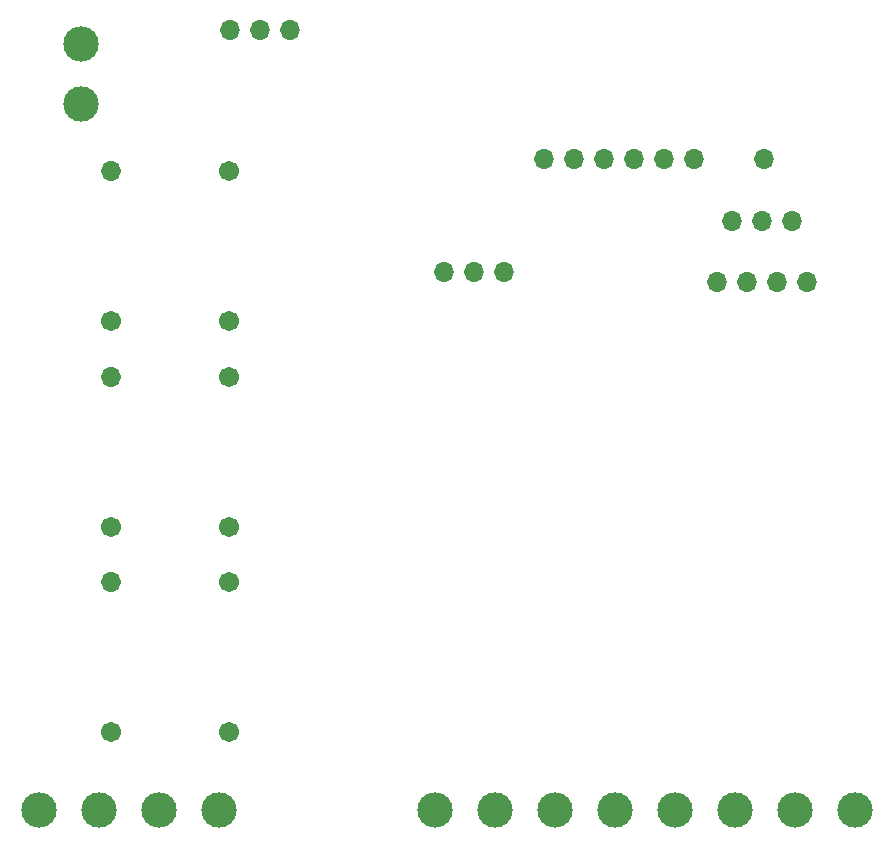
<source format=gbr>
%TF.GenerationSoftware,KiCad,Pcbnew,7.0.10*%
%TF.CreationDate,2024-06-26T21:11:57-03:00*%
%TF.ProjectId,board,626f6172-642e-46b6-9963-61645f706362,1.0*%
%TF.SameCoordinates,Original*%
%TF.FileFunction,Soldermask,Bot*%
%TF.FilePolarity,Negative*%
%FSLAX46Y46*%
G04 Gerber Fmt 4.6, Leading zero omitted, Abs format (unit mm)*
G04 Created by KiCad (PCBNEW 7.0.10) date 2024-06-26 21:11:57*
%MOMM*%
%LPD*%
G01*
G04 APERTURE LIST*
%ADD10O,1.712000X1.712000*%
%ADD11C,1.712000*%
%ADD12O,3.000000X3.000000*%
%ADD13C,3.000000*%
%ADD14O,1.700000X1.700000*%
G04 APERTURE END LIST*
D10*
%TO.C,TP2*%
X115189600Y-78079600D03*
D11*
X115189600Y-90779600D03*
X125189600Y-90779600D03*
X125189600Y-78079600D03*
%TD*%
D10*
%TO.C,TP1*%
X115189600Y-60680600D03*
D11*
X115189600Y-73380600D03*
X125189600Y-73380600D03*
X125189600Y-60680600D03*
%TD*%
D12*
%TO.C,J7*%
X173101600Y-114782600D03*
D13*
X178181600Y-114782600D03*
%TD*%
D10*
%TO.C,TP3*%
X115189600Y-95478600D03*
D11*
X115189600Y-108178600D03*
X125189600Y-108178600D03*
X125189600Y-95478600D03*
%TD*%
D14*
%TO.C,P1*%
X143370600Y-69209600D03*
X145910600Y-69209600D03*
X148450600Y-69209600D03*
%TD*%
%TO.C,SW1*%
X125222600Y-48728600D03*
X127762600Y-48728600D03*
X130302600Y-48728600D03*
%TD*%
D12*
%TO.C,J4*%
X142621600Y-114782600D03*
D13*
X147701600Y-114782600D03*
%TD*%
D12*
%TO.C,J3*%
X109093600Y-114782600D03*
D13*
X114173600Y-114782600D03*
%TD*%
D14*
%TO.C,P4*%
X167767600Y-64871600D03*
X170307600Y-64871600D03*
X172847600Y-64871600D03*
%TD*%
D12*
%TO.C,J6*%
X162941600Y-114782600D03*
D13*
X168021600Y-114782600D03*
%TD*%
D14*
%TO.C,P5*%
X164567600Y-59664600D03*
X162027600Y-59664600D03*
X159487600Y-59664600D03*
X156947600Y-59664600D03*
X154407600Y-59664600D03*
X151867600Y-59664600D03*
%TD*%
%TO.C,P3*%
X166507600Y-70078600D03*
X169047600Y-70078600D03*
X171587600Y-70078600D03*
X174127600Y-70078600D03*
%TD*%
D12*
%TO.C,J2*%
X119253600Y-114782600D03*
D13*
X124333600Y-114782600D03*
%TD*%
D14*
%TO.C,P2*%
X170434600Y-59664600D03*
%TD*%
D12*
%TO.C,J5*%
X152781600Y-114782600D03*
D13*
X157861600Y-114782600D03*
%TD*%
D12*
%TO.C,J1*%
X112674600Y-49885600D03*
D13*
X112674600Y-54965600D03*
%TD*%
M02*

</source>
